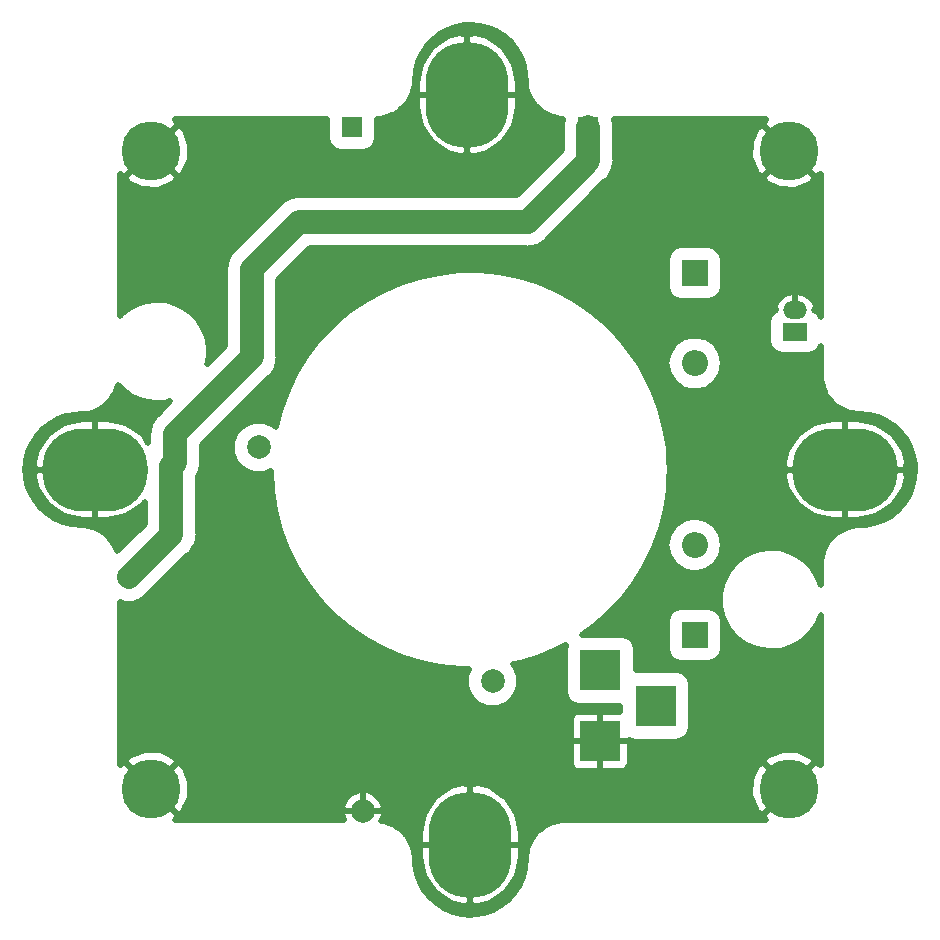
<source format=gbr>
G04 #@! TF.GenerationSoftware,KiCad,Pcbnew,(5.0.0)*
G04 #@! TF.CreationDate,2020-03-30T15:35:39-04:00*
G04 #@! TF.ProjectId,10W White LED,313057205768697465204C45442E6B69,rev?*
G04 #@! TF.SameCoordinates,Original*
G04 #@! TF.FileFunction,Copper,L2,Bot,Signal*
G04 #@! TF.FilePolarity,Positive*
%FSLAX46Y46*%
G04 Gerber Fmt 4.6, Leading zero omitted, Abs format (unit mm)*
G04 Created by KiCad (PCBNEW (5.0.0)) date 03/30/20 15:35:39*
%MOMM*%
%LPD*%
G01*
G04 APERTURE LIST*
G04 #@! TA.AperFunction,ComponentPad*
%ADD10O,9.000000X7.000000*%
G04 #@! TD*
G04 #@! TA.AperFunction,ComponentPad*
%ADD11O,7.000000X9.000000*%
G04 #@! TD*
G04 #@! TA.AperFunction,ComponentPad*
%ADD12C,5.000000*%
G04 #@! TD*
G04 #@! TA.AperFunction,ComponentPad*
%ADD13R,1.700000X1.700000*%
G04 #@! TD*
G04 #@! TA.AperFunction,ComponentPad*
%ADD14R,3.500000X3.500000*%
G04 #@! TD*
G04 #@! TA.AperFunction,ComponentPad*
%ADD15R,2.000000X1.500000*%
G04 #@! TD*
G04 #@! TA.AperFunction,ComponentPad*
%ADD16O,2.000000X1.500000*%
G04 #@! TD*
G04 #@! TA.AperFunction,ComponentPad*
%ADD17O,2.200000X2.200000*%
G04 #@! TD*
G04 #@! TA.AperFunction,ComponentPad*
%ADD18R,2.200000X2.200000*%
G04 #@! TD*
G04 #@! TA.AperFunction,ComponentPad*
%ADD19C,2.000000*%
G04 #@! TD*
G04 #@! TA.AperFunction,Conductor*
%ADD20C,2.000000*%
G04 #@! TD*
G04 #@! TA.AperFunction,Conductor*
%ADD21C,0.500000*%
G04 #@! TD*
G04 APERTURE END LIST*
D10*
G04 #@! TO.P,LENSE1,1*
G04 #@! TO.N,GND*
X181750000Y-100000000D03*
D11*
X149750000Y-68250000D03*
D10*
X118250000Y-100000000D03*
D11*
X150000000Y-131750000D03*
G04 #@! TD*
D12*
G04 #@! TO.P,MNT1,1*
G04 #@! TO.N,GND*
X123000000Y-73000000D03*
G04 #@! TD*
G04 #@! TO.P,MNT2,1*
G04 #@! TO.N,GND*
X177000000Y-73000000D03*
G04 #@! TD*
G04 #@! TO.P,MNT3,1*
G04 #@! TO.N,GND*
X177000000Y-127000000D03*
G04 #@! TD*
G04 #@! TO.P,MNT4,1*
G04 #@! TO.N,GND*
X123000000Y-127000000D03*
G04 #@! TD*
D13*
G04 #@! TO.P,NEG1,1*
G04 #@! TO.N,Net-(NEG1-Pad1)*
X160000000Y-71000000D03*
G04 #@! TD*
G04 #@! TO.P,POS1,1*
G04 #@! TO.N,Net-(POS1-Pad1)*
X140000000Y-71000000D03*
G04 #@! TD*
D14*
G04 #@! TO.P,BARREL1,1*
G04 #@! TO.N,Net-(BARREL1-Pad1)*
X161000000Y-117000000D03*
G04 #@! TO.P,BARREL1,2*
G04 #@! TO.N,GND*
X161000000Y-123000000D03*
G04 #@! TO.P,BARREL1,3*
G04 #@! TO.N,N/C*
X165700000Y-120000000D03*
G04 #@! TD*
D15*
G04 #@! TO.P,FAN1,1*
G04 #@! TO.N,Net-(FAN1-Pad1)*
X177500000Y-88300000D03*
D16*
G04 #@! TO.P,FAN1,2*
G04 #@! TO.N,GND*
X177500000Y-86500000D03*
G04 #@! TD*
D17*
G04 #@! TO.P,SW1,2*
G04 #@! TO.N,Net-(F1-Pad1)*
X169000000Y-106380000D03*
D18*
G04 #@! TO.P,SW1,1*
G04 #@! TO.N,Net-(BARREL1-Pad1)*
X169000000Y-114000000D03*
G04 #@! TD*
G04 #@! TO.P,SW2,1*
G04 #@! TO.N,Net-(FAN1-Pad1)*
X169000000Y-83380000D03*
D17*
G04 #@! TO.P,SW2,2*
G04 #@! TO.N,+12V*
X169000000Y-91000000D03*
G04 #@! TD*
D19*
G04 #@! TO.P,U1,4*
G04 #@! TO.N,Net-(NEG1-Pad1)*
X121120428Y-109080583D03*
G04 #@! TO.P,U1,3*
G04 #@! TO.N,Net-(POS1-Pad1)*
X132080583Y-98120428D03*
G04 #@! TO.P,U1,2*
G04 #@! TO.N,+12V*
X151879572Y-117919417D03*
G04 #@! TO.P,U1,1*
G04 #@! TO.N,GND*
X140919417Y-128879572D03*
G04 #@! TD*
D20*
G04 #@! TO.N,Net-(NEG1-Pad1)*
X160000000Y-73850000D02*
X160000000Y-71000000D01*
X135500000Y-79000000D02*
X154850000Y-79000000D01*
X154850000Y-79000000D02*
X160000000Y-73850000D01*
X131500000Y-83000000D02*
X135500000Y-79000000D01*
X121120428Y-109080583D02*
X124701011Y-105500000D01*
X124701011Y-105500000D02*
X124701011Y-99701011D01*
X124701011Y-99701011D02*
X125000000Y-99402022D01*
X125000000Y-99402022D02*
X125000000Y-97000000D01*
X125000000Y-97000000D02*
X131500000Y-90500000D01*
X131500000Y-90500000D02*
X131500000Y-83000000D01*
G04 #@! TD*
D21*
G04 #@! TO.N,GND*
G36*
X175038257Y-70332616D02*
X174787940Y-70782283D01*
X177000000Y-72994343D01*
X177014142Y-72980201D01*
X177019799Y-72985858D01*
X177005657Y-73000000D01*
X179217717Y-75212060D01*
X179671612Y-74959389D01*
X179675001Y-75031244D01*
X179675000Y-87058574D01*
X179401199Y-86648801D01*
X179102349Y-86449116D01*
X179238803Y-86260147D01*
X179144741Y-85926608D01*
X178819145Y-85436511D01*
X178330782Y-85108320D01*
X177754000Y-84992000D01*
X177504000Y-84992000D01*
X177504000Y-86275512D01*
X177496000Y-86275512D01*
X177496000Y-84992000D01*
X177246000Y-84992000D01*
X176669218Y-85108320D01*
X176180855Y-85436511D01*
X175855259Y-85926608D01*
X175761197Y-86260147D01*
X175897651Y-86449116D01*
X175598801Y-86648801D01*
X175322527Y-87062275D01*
X175225512Y-87550000D01*
X175225512Y-89050000D01*
X175322527Y-89537725D01*
X175598801Y-89951199D01*
X176012275Y-90227473D01*
X176500000Y-90324488D01*
X178500000Y-90324488D01*
X178987725Y-90227473D01*
X179401199Y-89951199D01*
X179675000Y-89541426D01*
X179675000Y-92130498D01*
X179684648Y-92179002D01*
X179700611Y-92393811D01*
X179729634Y-92525818D01*
X179747978Y-92659727D01*
X179752522Y-92675265D01*
X179914999Y-93218549D01*
X179990428Y-93381794D01*
X180063856Y-93545943D01*
X180072577Y-93559581D01*
X180381005Y-94035427D01*
X180499195Y-94170910D01*
X180615766Y-94307881D01*
X180627965Y-94318523D01*
X181057550Y-94688678D01*
X181209067Y-94785577D01*
X181359347Y-94884293D01*
X181374042Y-94891083D01*
X181890251Y-95125789D01*
X182062872Y-95176267D01*
X182234819Y-95228836D01*
X182250827Y-95231229D01*
X182250829Y-95231229D01*
X182812162Y-95311618D01*
X182828380Y-95311618D01*
X182859200Y-95317497D01*
X182891432Y-95320545D01*
X183762820Y-95392186D01*
X184505152Y-95578647D01*
X185207063Y-95883846D01*
X185849699Y-96299586D01*
X186415809Y-96814707D01*
X186890183Y-97415370D01*
X187260084Y-98085443D01*
X187515576Y-98806928D01*
X187653879Y-99583359D01*
X187672435Y-99976823D01*
X187607814Y-100762824D01*
X187421354Y-101505150D01*
X187116154Y-102207063D01*
X186700412Y-102849701D01*
X186185293Y-103415809D01*
X185584630Y-103890183D01*
X184914557Y-104260084D01*
X184193069Y-104515576D01*
X183416641Y-104653879D01*
X182937584Y-104676471D01*
X182924985Y-104678107D01*
X182917958Y-104677542D01*
X182901807Y-104678643D01*
X182606189Y-104700611D01*
X182474183Y-104729634D01*
X182340273Y-104747978D01*
X182324735Y-104752522D01*
X181781450Y-104914999D01*
X181618190Y-104990435D01*
X181454057Y-105063856D01*
X181440419Y-105072577D01*
X180964573Y-105381005D01*
X180829090Y-105499195D01*
X180692119Y-105615766D01*
X180681478Y-105627965D01*
X180311322Y-106057550D01*
X180214440Y-106209040D01*
X180115707Y-106359347D01*
X180108917Y-106374043D01*
X179874211Y-106890251D01*
X179823733Y-107062872D01*
X179771164Y-107234819D01*
X179768771Y-107250829D01*
X179693463Y-107776682D01*
X179675000Y-107869502D01*
X179675000Y-109720879D01*
X179390767Y-108974595D01*
X178820469Y-108133848D01*
X178072053Y-107446849D01*
X177185666Y-106950448D01*
X176208856Y-106671275D01*
X175194022Y-106624304D01*
X174195601Y-106812055D01*
X173267150Y-107224458D01*
X172458475Y-107839388D01*
X171812955Y-108623861D01*
X171365215Y-109535796D01*
X171139275Y-110526274D01*
X171147254Y-111542163D01*
X171388724Y-112528970D01*
X171850732Y-113433759D01*
X172508495Y-114207996D01*
X173326730Y-114810149D01*
X174261543Y-115207917D01*
X175262790Y-115379962D01*
X176276761Y-115317057D01*
X177249065Y-115022575D01*
X178127546Y-114512313D01*
X178865079Y-113813642D01*
X179422101Y-112964042D01*
X179675000Y-112267316D01*
X179675001Y-124945607D01*
X179667384Y-125038257D01*
X179217717Y-124787940D01*
X177005657Y-127000000D01*
X177019799Y-127014142D01*
X177014142Y-127019799D01*
X177000000Y-127005657D01*
X174787940Y-129217717D01*
X175040611Y-129671612D01*
X174968777Y-129675000D01*
X157869501Y-129675000D01*
X157820996Y-129684648D01*
X157606189Y-129700611D01*
X157474183Y-129729634D01*
X157340273Y-129747978D01*
X157324735Y-129752522D01*
X156781450Y-129914999D01*
X156618190Y-129990435D01*
X156454057Y-130063856D01*
X156440419Y-130072577D01*
X155964573Y-130381005D01*
X155829090Y-130499195D01*
X155692119Y-130615766D01*
X155681478Y-130627965D01*
X155311322Y-131057550D01*
X155214440Y-131209040D01*
X155115707Y-131359347D01*
X155108917Y-131374043D01*
X154874211Y-131890251D01*
X154823733Y-132062872D01*
X154771164Y-132234819D01*
X154768771Y-132250829D01*
X154688382Y-132812162D01*
X154688382Y-132828380D01*
X154682503Y-132859200D01*
X154679455Y-132891432D01*
X154607814Y-133762824D01*
X154421354Y-134505150D01*
X154116154Y-135207063D01*
X153700412Y-135849701D01*
X153185293Y-136415809D01*
X152584630Y-136890183D01*
X151914557Y-137260084D01*
X151193069Y-137515576D01*
X150416641Y-137653879D01*
X150023177Y-137672435D01*
X149237176Y-137607814D01*
X148494850Y-137421354D01*
X147792937Y-137116154D01*
X147150299Y-136700412D01*
X146584191Y-136185293D01*
X146109817Y-135584630D01*
X145739916Y-134914557D01*
X145484424Y-134193069D01*
X145346121Y-133416641D01*
X145323529Y-132937584D01*
X145321893Y-132924985D01*
X145322458Y-132917958D01*
X145321357Y-132901807D01*
X145299389Y-132606189D01*
X145270366Y-132474183D01*
X145252022Y-132340273D01*
X145247478Y-132324735D01*
X145085001Y-131781450D01*
X145072318Y-131754000D01*
X145742000Y-131754000D01*
X145742000Y-132754000D01*
X146067652Y-134383162D01*
X146991968Y-135763689D01*
X148374230Y-136685410D01*
X149329952Y-136954949D01*
X149996000Y-136818498D01*
X149996000Y-131754000D01*
X150004000Y-131754000D01*
X150004000Y-136818498D01*
X150670048Y-136954949D01*
X151625770Y-136685410D01*
X153008032Y-135763689D01*
X153932348Y-134383162D01*
X154258000Y-132754000D01*
X154258000Y-131754000D01*
X150004000Y-131754000D01*
X149996000Y-131754000D01*
X145742000Y-131754000D01*
X145072318Y-131754000D01*
X145009565Y-131618190D01*
X144936144Y-131454057D01*
X144927423Y-131440419D01*
X144618995Y-130964573D01*
X144500805Y-130829090D01*
X144430091Y-130746000D01*
X145742000Y-130746000D01*
X145742000Y-131746000D01*
X149996000Y-131746000D01*
X149996000Y-126681502D01*
X150004000Y-126681502D01*
X150004000Y-131746000D01*
X154258000Y-131746000D01*
X154258000Y-130746000D01*
X153932348Y-129116838D01*
X153008032Y-127736311D01*
X152689038Y-127523599D01*
X173719697Y-127523599D01*
X174169768Y-128739061D01*
X174310235Y-128949284D01*
X174782283Y-129212060D01*
X176994343Y-127000000D01*
X174782283Y-124787940D01*
X174310235Y-125050716D01*
X173769023Y-126228425D01*
X173719697Y-127523599D01*
X152689038Y-127523599D01*
X151625770Y-126814590D01*
X150670048Y-126545051D01*
X150004000Y-126681502D01*
X149996000Y-126681502D01*
X149329952Y-126545051D01*
X148374230Y-126814590D01*
X146991968Y-127736311D01*
X146067652Y-129116838D01*
X145742000Y-130746000D01*
X144430091Y-130746000D01*
X144384234Y-130692119D01*
X144372035Y-130681478D01*
X143942450Y-130311322D01*
X143790960Y-130214440D01*
X143640653Y-130115707D01*
X143625962Y-130108919D01*
X143625958Y-130108917D01*
X143109749Y-129874211D01*
X142937128Y-129823733D01*
X142765181Y-129771164D01*
X142749173Y-129768771D01*
X142749171Y-129768771D01*
X142464417Y-129727991D01*
X142663262Y-129294118D01*
X142689160Y-129163922D01*
X142522353Y-128883572D01*
X140923417Y-128883572D01*
X140923417Y-129675000D01*
X140915417Y-129675000D01*
X140915417Y-128883572D01*
X139316481Y-128883572D01*
X139149674Y-129163922D01*
X139339518Y-129675000D01*
X125054381Y-129675000D01*
X124961743Y-129667384D01*
X125212060Y-129217717D01*
X123000000Y-127005657D01*
X122985858Y-127019799D01*
X122980201Y-127014142D01*
X122994343Y-127000000D01*
X123005657Y-127000000D01*
X125217717Y-129212060D01*
X125689765Y-128949284D01*
X125852472Y-128595222D01*
X139149674Y-128595222D01*
X139316481Y-128875572D01*
X140915417Y-128875572D01*
X140915417Y-127276636D01*
X140923417Y-127276636D01*
X140923417Y-128875572D01*
X142522353Y-128875572D01*
X142689160Y-128595222D01*
X142445630Y-127939616D01*
X141969748Y-127427109D01*
X141333963Y-127135727D01*
X141203767Y-127109829D01*
X140923417Y-127276636D01*
X140915417Y-127276636D01*
X140635067Y-127109829D01*
X139979461Y-127353359D01*
X139466954Y-127829241D01*
X139175572Y-128465026D01*
X139149674Y-128595222D01*
X125852472Y-128595222D01*
X126230977Y-127771575D01*
X126280303Y-126476401D01*
X125830232Y-125260939D01*
X125689765Y-125050716D01*
X125217717Y-124787940D01*
X123005657Y-127000000D01*
X122994343Y-127000000D01*
X120782283Y-124787940D01*
X120328388Y-125040611D01*
X120325000Y-124968777D01*
X120325000Y-124782283D01*
X120787940Y-124782283D01*
X123000000Y-126994343D01*
X125212060Y-124782283D01*
X124949284Y-124310235D01*
X123771575Y-123769023D01*
X122476401Y-123719697D01*
X121260939Y-124169768D01*
X121050716Y-124310235D01*
X120787940Y-124782283D01*
X120325000Y-124782283D01*
X120325000Y-123193500D01*
X158492000Y-123193500D01*
X158492000Y-124900776D01*
X158607399Y-125179373D01*
X158820628Y-125392602D01*
X159099225Y-125508000D01*
X160806500Y-125508000D01*
X160996000Y-125318500D01*
X160996000Y-123004000D01*
X161004000Y-123004000D01*
X161004000Y-125318500D01*
X161193500Y-125508000D01*
X162900775Y-125508000D01*
X163179372Y-125392602D01*
X163392601Y-125179373D01*
X163508000Y-124900776D01*
X163508000Y-124782283D01*
X174787940Y-124782283D01*
X177000000Y-126994343D01*
X179212060Y-124782283D01*
X178949284Y-124310235D01*
X177771575Y-123769023D01*
X176476401Y-123719697D01*
X175260939Y-124169768D01*
X175050716Y-124310235D01*
X174787940Y-124782283D01*
X163508000Y-124782283D01*
X163508000Y-123193500D01*
X163318500Y-123004000D01*
X161004000Y-123004000D01*
X160996000Y-123004000D01*
X158681500Y-123004000D01*
X158492000Y-123193500D01*
X120325000Y-123193500D01*
X120325000Y-121099224D01*
X158492000Y-121099224D01*
X158492000Y-122806500D01*
X158681500Y-122996000D01*
X160996000Y-122996000D01*
X160996000Y-120681500D01*
X160806500Y-120492000D01*
X159099225Y-120492000D01*
X158820628Y-120607398D01*
X158607399Y-120820627D01*
X158492000Y-121099224D01*
X120325000Y-121099224D01*
X120325000Y-111216442D01*
X120464125Y-111244116D01*
X120672875Y-111330583D01*
X120898823Y-111330583D01*
X121120428Y-111374663D01*
X121342033Y-111330583D01*
X121567981Y-111330583D01*
X121776731Y-111244116D01*
X121998335Y-111200036D01*
X122186201Y-111074508D01*
X122394951Y-110988041D01*
X126135303Y-107247689D01*
X126323171Y-107122160D01*
X126632038Y-106659907D01*
X126820464Y-106377908D01*
X126820464Y-106377907D01*
X126820465Y-106377906D01*
X126951011Y-105721606D01*
X126951011Y-105721605D01*
X126995091Y-105500001D01*
X126951011Y-105278396D01*
X126951011Y-100532021D01*
X127119454Y-100279928D01*
X127250000Y-99623628D01*
X127250000Y-99623627D01*
X127294080Y-99402023D01*
X127250000Y-99180418D01*
X127250000Y-97931980D01*
X127509105Y-97672875D01*
X129830583Y-97672875D01*
X129830583Y-98567981D01*
X130173125Y-99394951D01*
X130806060Y-100027886D01*
X131633030Y-100370428D01*
X132528136Y-100370428D01*
X133109749Y-100129516D01*
X133198373Y-101765922D01*
X133462843Y-103454792D01*
X133896630Y-105108290D01*
X134495293Y-106709486D01*
X135252702Y-108241986D01*
X136161102Y-109690101D01*
X137211193Y-111039002D01*
X138392223Y-112274880D01*
X139692101Y-113385080D01*
X141097517Y-114358236D01*
X142594081Y-115184384D01*
X144166472Y-115855065D01*
X145798590Y-116363413D01*
X147473724Y-116704223D01*
X149174723Y-116874006D01*
X149877721Y-116872779D01*
X149629572Y-117471864D01*
X149629572Y-118366970D01*
X149972114Y-119193940D01*
X150605049Y-119826875D01*
X151432019Y-120169417D01*
X152327125Y-120169417D01*
X153154095Y-119826875D01*
X153787030Y-119193940D01*
X154129572Y-118366970D01*
X154129572Y-117471864D01*
X153787030Y-116644894D01*
X153622495Y-116480359D01*
X154258504Y-116348648D01*
X155888837Y-115834606D01*
X157458877Y-115158440D01*
X158060312Y-114823686D01*
X157975512Y-115250000D01*
X157975512Y-118750000D01*
X158072527Y-119237725D01*
X158348801Y-119651199D01*
X158762275Y-119927473D01*
X159250000Y-120024488D01*
X162675512Y-120024488D01*
X162675512Y-120492000D01*
X161193500Y-120492000D01*
X161004000Y-120681500D01*
X161004000Y-122996000D01*
X163318500Y-122996000D01*
X163417167Y-122897333D01*
X163462275Y-122927473D01*
X163950000Y-123024488D01*
X167450000Y-123024488D01*
X167937725Y-122927473D01*
X168351199Y-122651199D01*
X168627473Y-122237725D01*
X168724488Y-121750000D01*
X168724488Y-118250000D01*
X168627473Y-117762275D01*
X168351199Y-117348801D01*
X167937725Y-117072527D01*
X167450000Y-116975512D01*
X164024488Y-116975512D01*
X164024488Y-115250000D01*
X163927473Y-114762275D01*
X163651199Y-114348801D01*
X163237725Y-114072527D01*
X162750000Y-113975512D01*
X159456500Y-113975512D01*
X160354559Y-113349017D01*
X160876589Y-112900000D01*
X166625512Y-112900000D01*
X166625512Y-115100000D01*
X166722527Y-115587725D01*
X166998801Y-116001199D01*
X167412275Y-116277473D01*
X167900000Y-116374488D01*
X170100000Y-116374488D01*
X170587725Y-116277473D01*
X171001199Y-116001199D01*
X171277473Y-115587725D01*
X171374488Y-115100000D01*
X171374488Y-112900000D01*
X171277473Y-112412275D01*
X171001199Y-111998801D01*
X170587725Y-111722527D01*
X170100000Y-111625512D01*
X167900000Y-111625512D01*
X167412275Y-111722527D01*
X166998801Y-111998801D01*
X166722527Y-112412275D01*
X166625512Y-112900000D01*
X160876589Y-112900000D01*
X161650553Y-112234286D01*
X162827262Y-110994294D01*
X163872638Y-109641735D01*
X164775978Y-108190459D01*
X165528033Y-106655324D01*
X165629878Y-106380000D01*
X166603961Y-106380000D01*
X166786349Y-107296924D01*
X167305745Y-108074255D01*
X168083076Y-108593651D01*
X168768547Y-108730000D01*
X169231453Y-108730000D01*
X169916924Y-108593651D01*
X170694255Y-108074255D01*
X171213651Y-107296924D01*
X171396039Y-106380000D01*
X171213651Y-105463076D01*
X170694255Y-104685745D01*
X169916924Y-104166349D01*
X169231453Y-104030000D01*
X168768547Y-104030000D01*
X168083076Y-104166349D01*
X167305745Y-104685745D01*
X166786349Y-105463076D01*
X166603961Y-106380000D01*
X165629878Y-106380000D01*
X166121103Y-105052047D01*
X166549116Y-103397046D01*
X166807689Y-101707263D01*
X166860231Y-100670048D01*
X176545051Y-100670048D01*
X176814590Y-101625770D01*
X177736311Y-103008032D01*
X179116838Y-103932348D01*
X180746000Y-104258000D01*
X181746000Y-104258000D01*
X181746000Y-100004000D01*
X181754000Y-100004000D01*
X181754000Y-104258000D01*
X182754000Y-104258000D01*
X184383162Y-103932348D01*
X185763689Y-103008032D01*
X186685410Y-101625770D01*
X186954949Y-100670048D01*
X186818498Y-100004000D01*
X181754000Y-100004000D01*
X181746000Y-100004000D01*
X176681502Y-100004000D01*
X176545051Y-100670048D01*
X166860231Y-100670048D01*
X166894175Y-100000000D01*
X166893763Y-99882057D01*
X166861929Y-99329952D01*
X176545051Y-99329952D01*
X176681502Y-99996000D01*
X181746000Y-99996000D01*
X181746000Y-95742000D01*
X181754000Y-95742000D01*
X181754000Y-99996000D01*
X186818498Y-99996000D01*
X186954949Y-99329952D01*
X186685410Y-98374230D01*
X185763689Y-96991968D01*
X184383162Y-96067652D01*
X182754000Y-95742000D01*
X181754000Y-95742000D01*
X181746000Y-95742000D01*
X180746000Y-95742000D01*
X179116838Y-96067652D01*
X177736311Y-96991968D01*
X176814590Y-98374230D01*
X176545051Y-99329952D01*
X166861929Y-99329952D01*
X166795360Y-98175440D01*
X166524997Y-96487504D01*
X166085441Y-94835530D01*
X165481192Y-93236433D01*
X164718439Y-91706586D01*
X164271754Y-91000000D01*
X166603961Y-91000000D01*
X166786349Y-91916924D01*
X167305745Y-92694255D01*
X168083076Y-93213651D01*
X168768547Y-93350000D01*
X169231453Y-93350000D01*
X169916924Y-93213651D01*
X170694255Y-92694255D01*
X171213651Y-91916924D01*
X171396039Y-91000000D01*
X171213651Y-90083076D01*
X170694255Y-89305745D01*
X169916924Y-88786349D01*
X169231453Y-88650000D01*
X168768547Y-88650000D01*
X168083076Y-88786349D01*
X167305745Y-89305745D01*
X166786349Y-90083076D01*
X166603961Y-91000000D01*
X164271754Y-91000000D01*
X163804989Y-90261652D01*
X162750196Y-88916424D01*
X161564859Y-87684676D01*
X160261114Y-86579020D01*
X158852310Y-85610776D01*
X157352870Y-84789857D01*
X155778148Y-84124668D01*
X154144266Y-83622021D01*
X152467952Y-83287060D01*
X150766370Y-83123216D01*
X149056942Y-83132167D01*
X147357169Y-83313820D01*
X145684455Y-83666316D01*
X144055926Y-84186046D01*
X142488255Y-84867689D01*
X140997495Y-85704265D01*
X139598907Y-86687208D01*
X138306812Y-87806456D01*
X137134439Y-89050549D01*
X136093790Y-90406748D01*
X135195522Y-91861169D01*
X134448830Y-93398920D01*
X133861360Y-95004256D01*
X133513013Y-96370877D01*
X133355106Y-96212970D01*
X132528136Y-95870428D01*
X131633030Y-95870428D01*
X130806060Y-96212970D01*
X130173125Y-96845905D01*
X129830583Y-97672875D01*
X127509105Y-97672875D01*
X132934292Y-92247689D01*
X133122160Y-92122160D01*
X133514558Y-91534894D01*
X133619453Y-91377908D01*
X133619453Y-91377907D01*
X133619454Y-91377906D01*
X133750000Y-90721606D01*
X133750000Y-90721605D01*
X133794080Y-90500001D01*
X133750000Y-90278396D01*
X133750000Y-83931980D01*
X135401980Y-82280000D01*
X166625512Y-82280000D01*
X166625512Y-84480000D01*
X166722527Y-84967725D01*
X166998801Y-85381199D01*
X167412275Y-85657473D01*
X167900000Y-85754488D01*
X170100000Y-85754488D01*
X170587725Y-85657473D01*
X171001199Y-85381199D01*
X171277473Y-84967725D01*
X171374488Y-84480000D01*
X171374488Y-82280000D01*
X171277473Y-81792275D01*
X171001199Y-81378801D01*
X170587725Y-81102527D01*
X170100000Y-81005512D01*
X167900000Y-81005512D01*
X167412275Y-81102527D01*
X166998801Y-81378801D01*
X166722527Y-81792275D01*
X166625512Y-82280000D01*
X135401980Y-82280000D01*
X136431981Y-81250000D01*
X154628395Y-81250000D01*
X154850000Y-81294080D01*
X155071605Y-81250000D01*
X155071606Y-81250000D01*
X155727906Y-81119454D01*
X156472160Y-80622160D01*
X156597692Y-80434288D01*
X161434292Y-75597689D01*
X161622160Y-75472160D01*
X161792173Y-75217717D01*
X174787940Y-75217717D01*
X175050716Y-75689765D01*
X176228425Y-76230977D01*
X177523599Y-76280303D01*
X178739061Y-75830232D01*
X178949284Y-75689765D01*
X179212060Y-75217717D01*
X177000000Y-73005657D01*
X174787940Y-75217717D01*
X161792173Y-75217717D01*
X162119454Y-74727906D01*
X162250000Y-74071606D01*
X162250000Y-74071605D01*
X162294080Y-73850000D01*
X162250000Y-73628395D01*
X162250000Y-73523599D01*
X173719697Y-73523599D01*
X174169768Y-74739061D01*
X174310235Y-74949284D01*
X174782283Y-75212060D01*
X176994343Y-73000000D01*
X174782283Y-70787940D01*
X174310235Y-71050716D01*
X173769023Y-72228425D01*
X173719697Y-73523599D01*
X162250000Y-73523599D01*
X162250000Y-70778394D01*
X162159814Y-70325000D01*
X174945619Y-70325000D01*
X175038257Y-70332616D01*
X175038257Y-70332616D01*
G37*
X175038257Y-70332616D02*
X174787940Y-70782283D01*
X177000000Y-72994343D01*
X177014142Y-72980201D01*
X177019799Y-72985858D01*
X177005657Y-73000000D01*
X179217717Y-75212060D01*
X179671612Y-74959389D01*
X179675001Y-75031244D01*
X179675000Y-87058574D01*
X179401199Y-86648801D01*
X179102349Y-86449116D01*
X179238803Y-86260147D01*
X179144741Y-85926608D01*
X178819145Y-85436511D01*
X178330782Y-85108320D01*
X177754000Y-84992000D01*
X177504000Y-84992000D01*
X177504000Y-86275512D01*
X177496000Y-86275512D01*
X177496000Y-84992000D01*
X177246000Y-84992000D01*
X176669218Y-85108320D01*
X176180855Y-85436511D01*
X175855259Y-85926608D01*
X175761197Y-86260147D01*
X175897651Y-86449116D01*
X175598801Y-86648801D01*
X175322527Y-87062275D01*
X175225512Y-87550000D01*
X175225512Y-89050000D01*
X175322527Y-89537725D01*
X175598801Y-89951199D01*
X176012275Y-90227473D01*
X176500000Y-90324488D01*
X178500000Y-90324488D01*
X178987725Y-90227473D01*
X179401199Y-89951199D01*
X179675000Y-89541426D01*
X179675000Y-92130498D01*
X179684648Y-92179002D01*
X179700611Y-92393811D01*
X179729634Y-92525818D01*
X179747978Y-92659727D01*
X179752522Y-92675265D01*
X179914999Y-93218549D01*
X179990428Y-93381794D01*
X180063856Y-93545943D01*
X180072577Y-93559581D01*
X180381005Y-94035427D01*
X180499195Y-94170910D01*
X180615766Y-94307881D01*
X180627965Y-94318523D01*
X181057550Y-94688678D01*
X181209067Y-94785577D01*
X181359347Y-94884293D01*
X181374042Y-94891083D01*
X181890251Y-95125789D01*
X182062872Y-95176267D01*
X182234819Y-95228836D01*
X182250827Y-95231229D01*
X182250829Y-95231229D01*
X182812162Y-95311618D01*
X182828380Y-95311618D01*
X182859200Y-95317497D01*
X182891432Y-95320545D01*
X183762820Y-95392186D01*
X184505152Y-95578647D01*
X185207063Y-95883846D01*
X185849699Y-96299586D01*
X186415809Y-96814707D01*
X186890183Y-97415370D01*
X187260084Y-98085443D01*
X187515576Y-98806928D01*
X187653879Y-99583359D01*
X187672435Y-99976823D01*
X187607814Y-100762824D01*
X187421354Y-101505150D01*
X187116154Y-102207063D01*
X186700412Y-102849701D01*
X186185293Y-103415809D01*
X185584630Y-103890183D01*
X184914557Y-104260084D01*
X184193069Y-104515576D01*
X183416641Y-104653879D01*
X182937584Y-104676471D01*
X182924985Y-104678107D01*
X182917958Y-104677542D01*
X182901807Y-104678643D01*
X182606189Y-104700611D01*
X182474183Y-104729634D01*
X182340273Y-104747978D01*
X182324735Y-104752522D01*
X181781450Y-104914999D01*
X181618190Y-104990435D01*
X181454057Y-105063856D01*
X181440419Y-105072577D01*
X180964573Y-105381005D01*
X180829090Y-105499195D01*
X180692119Y-105615766D01*
X180681478Y-105627965D01*
X180311322Y-106057550D01*
X180214440Y-106209040D01*
X180115707Y-106359347D01*
X180108917Y-106374043D01*
X179874211Y-106890251D01*
X179823733Y-107062872D01*
X179771164Y-107234819D01*
X179768771Y-107250829D01*
X179693463Y-107776682D01*
X179675000Y-107869502D01*
X179675000Y-109720879D01*
X179390767Y-108974595D01*
X178820469Y-108133848D01*
X178072053Y-107446849D01*
X177185666Y-106950448D01*
X176208856Y-106671275D01*
X175194022Y-106624304D01*
X174195601Y-106812055D01*
X173267150Y-107224458D01*
X172458475Y-107839388D01*
X171812955Y-108623861D01*
X171365215Y-109535796D01*
X171139275Y-110526274D01*
X171147254Y-111542163D01*
X171388724Y-112528970D01*
X171850732Y-113433759D01*
X172508495Y-114207996D01*
X173326730Y-114810149D01*
X174261543Y-115207917D01*
X175262790Y-115379962D01*
X176276761Y-115317057D01*
X177249065Y-115022575D01*
X178127546Y-114512313D01*
X178865079Y-113813642D01*
X179422101Y-112964042D01*
X179675000Y-112267316D01*
X179675001Y-124945607D01*
X179667384Y-125038257D01*
X179217717Y-124787940D01*
X177005657Y-127000000D01*
X177019799Y-127014142D01*
X177014142Y-127019799D01*
X177000000Y-127005657D01*
X174787940Y-129217717D01*
X175040611Y-129671612D01*
X174968777Y-129675000D01*
X157869501Y-129675000D01*
X157820996Y-129684648D01*
X157606189Y-129700611D01*
X157474183Y-129729634D01*
X157340273Y-129747978D01*
X157324735Y-129752522D01*
X156781450Y-129914999D01*
X156618190Y-129990435D01*
X156454057Y-130063856D01*
X156440419Y-130072577D01*
X155964573Y-130381005D01*
X155829090Y-130499195D01*
X155692119Y-130615766D01*
X155681478Y-130627965D01*
X155311322Y-131057550D01*
X155214440Y-131209040D01*
X155115707Y-131359347D01*
X155108917Y-131374043D01*
X154874211Y-131890251D01*
X154823733Y-132062872D01*
X154771164Y-132234819D01*
X154768771Y-132250829D01*
X154688382Y-132812162D01*
X154688382Y-132828380D01*
X154682503Y-132859200D01*
X154679455Y-132891432D01*
X154607814Y-133762824D01*
X154421354Y-134505150D01*
X154116154Y-135207063D01*
X153700412Y-135849701D01*
X153185293Y-136415809D01*
X152584630Y-136890183D01*
X151914557Y-137260084D01*
X151193069Y-137515576D01*
X150416641Y-137653879D01*
X150023177Y-137672435D01*
X149237176Y-137607814D01*
X148494850Y-137421354D01*
X147792937Y-137116154D01*
X147150299Y-136700412D01*
X146584191Y-136185293D01*
X146109817Y-135584630D01*
X145739916Y-134914557D01*
X145484424Y-134193069D01*
X145346121Y-133416641D01*
X145323529Y-132937584D01*
X145321893Y-132924985D01*
X145322458Y-132917958D01*
X145321357Y-132901807D01*
X145299389Y-132606189D01*
X145270366Y-132474183D01*
X145252022Y-132340273D01*
X145247478Y-132324735D01*
X145085001Y-131781450D01*
X145072318Y-131754000D01*
X145742000Y-131754000D01*
X145742000Y-132754000D01*
X146067652Y-134383162D01*
X146991968Y-135763689D01*
X148374230Y-136685410D01*
X149329952Y-136954949D01*
X149996000Y-136818498D01*
X149996000Y-131754000D01*
X150004000Y-131754000D01*
X150004000Y-136818498D01*
X150670048Y-136954949D01*
X151625770Y-136685410D01*
X153008032Y-135763689D01*
X153932348Y-134383162D01*
X154258000Y-132754000D01*
X154258000Y-131754000D01*
X150004000Y-131754000D01*
X149996000Y-131754000D01*
X145742000Y-131754000D01*
X145072318Y-131754000D01*
X145009565Y-131618190D01*
X144936144Y-131454057D01*
X144927423Y-131440419D01*
X144618995Y-130964573D01*
X144500805Y-130829090D01*
X144430091Y-130746000D01*
X145742000Y-130746000D01*
X145742000Y-131746000D01*
X149996000Y-131746000D01*
X149996000Y-126681502D01*
X150004000Y-126681502D01*
X150004000Y-131746000D01*
X154258000Y-131746000D01*
X154258000Y-130746000D01*
X153932348Y-129116838D01*
X153008032Y-127736311D01*
X152689038Y-127523599D01*
X173719697Y-127523599D01*
X174169768Y-128739061D01*
X174310235Y-128949284D01*
X174782283Y-129212060D01*
X176994343Y-127000000D01*
X174782283Y-124787940D01*
X174310235Y-125050716D01*
X173769023Y-126228425D01*
X173719697Y-127523599D01*
X152689038Y-127523599D01*
X151625770Y-126814590D01*
X150670048Y-126545051D01*
X150004000Y-126681502D01*
X149996000Y-126681502D01*
X149329952Y-126545051D01*
X148374230Y-126814590D01*
X146991968Y-127736311D01*
X146067652Y-129116838D01*
X145742000Y-130746000D01*
X144430091Y-130746000D01*
X144384234Y-130692119D01*
X144372035Y-130681478D01*
X143942450Y-130311322D01*
X143790960Y-130214440D01*
X143640653Y-130115707D01*
X143625962Y-130108919D01*
X143625958Y-130108917D01*
X143109749Y-129874211D01*
X142937128Y-129823733D01*
X142765181Y-129771164D01*
X142749173Y-129768771D01*
X142749171Y-129768771D01*
X142464417Y-129727991D01*
X142663262Y-129294118D01*
X142689160Y-129163922D01*
X142522353Y-128883572D01*
X140923417Y-128883572D01*
X140923417Y-129675000D01*
X140915417Y-129675000D01*
X140915417Y-128883572D01*
X139316481Y-128883572D01*
X139149674Y-129163922D01*
X139339518Y-129675000D01*
X125054381Y-129675000D01*
X124961743Y-129667384D01*
X125212060Y-129217717D01*
X123000000Y-127005657D01*
X122985858Y-127019799D01*
X122980201Y-127014142D01*
X122994343Y-127000000D01*
X123005657Y-127000000D01*
X125217717Y-129212060D01*
X125689765Y-128949284D01*
X125852472Y-128595222D01*
X139149674Y-128595222D01*
X139316481Y-128875572D01*
X140915417Y-128875572D01*
X140915417Y-127276636D01*
X140923417Y-127276636D01*
X140923417Y-128875572D01*
X142522353Y-128875572D01*
X142689160Y-128595222D01*
X142445630Y-127939616D01*
X141969748Y-127427109D01*
X141333963Y-127135727D01*
X141203767Y-127109829D01*
X140923417Y-127276636D01*
X140915417Y-127276636D01*
X140635067Y-127109829D01*
X139979461Y-127353359D01*
X139466954Y-127829241D01*
X139175572Y-128465026D01*
X139149674Y-128595222D01*
X125852472Y-128595222D01*
X126230977Y-127771575D01*
X126280303Y-126476401D01*
X125830232Y-125260939D01*
X125689765Y-125050716D01*
X125217717Y-124787940D01*
X123005657Y-127000000D01*
X122994343Y-127000000D01*
X120782283Y-124787940D01*
X120328388Y-125040611D01*
X120325000Y-124968777D01*
X120325000Y-124782283D01*
X120787940Y-124782283D01*
X123000000Y-126994343D01*
X125212060Y-124782283D01*
X124949284Y-124310235D01*
X123771575Y-123769023D01*
X122476401Y-123719697D01*
X121260939Y-124169768D01*
X121050716Y-124310235D01*
X120787940Y-124782283D01*
X120325000Y-124782283D01*
X120325000Y-123193500D01*
X158492000Y-123193500D01*
X158492000Y-124900776D01*
X158607399Y-125179373D01*
X158820628Y-125392602D01*
X159099225Y-125508000D01*
X160806500Y-125508000D01*
X160996000Y-125318500D01*
X160996000Y-123004000D01*
X161004000Y-123004000D01*
X161004000Y-125318500D01*
X161193500Y-125508000D01*
X162900775Y-125508000D01*
X163179372Y-125392602D01*
X163392601Y-125179373D01*
X163508000Y-124900776D01*
X163508000Y-124782283D01*
X174787940Y-124782283D01*
X177000000Y-126994343D01*
X179212060Y-124782283D01*
X178949284Y-124310235D01*
X177771575Y-123769023D01*
X176476401Y-123719697D01*
X175260939Y-124169768D01*
X175050716Y-124310235D01*
X174787940Y-124782283D01*
X163508000Y-124782283D01*
X163508000Y-123193500D01*
X163318500Y-123004000D01*
X161004000Y-123004000D01*
X160996000Y-123004000D01*
X158681500Y-123004000D01*
X158492000Y-123193500D01*
X120325000Y-123193500D01*
X120325000Y-121099224D01*
X158492000Y-121099224D01*
X158492000Y-122806500D01*
X158681500Y-122996000D01*
X160996000Y-122996000D01*
X160996000Y-120681500D01*
X160806500Y-120492000D01*
X159099225Y-120492000D01*
X158820628Y-120607398D01*
X158607399Y-120820627D01*
X158492000Y-121099224D01*
X120325000Y-121099224D01*
X120325000Y-111216442D01*
X120464125Y-111244116D01*
X120672875Y-111330583D01*
X120898823Y-111330583D01*
X121120428Y-111374663D01*
X121342033Y-111330583D01*
X121567981Y-111330583D01*
X121776731Y-111244116D01*
X121998335Y-111200036D01*
X122186201Y-111074508D01*
X122394951Y-110988041D01*
X126135303Y-107247689D01*
X126323171Y-107122160D01*
X126632038Y-106659907D01*
X126820464Y-106377908D01*
X126820464Y-106377907D01*
X126820465Y-106377906D01*
X126951011Y-105721606D01*
X126951011Y-105721605D01*
X126995091Y-105500001D01*
X126951011Y-105278396D01*
X126951011Y-100532021D01*
X127119454Y-100279928D01*
X127250000Y-99623628D01*
X127250000Y-99623627D01*
X127294080Y-99402023D01*
X127250000Y-99180418D01*
X127250000Y-97931980D01*
X127509105Y-97672875D01*
X129830583Y-97672875D01*
X129830583Y-98567981D01*
X130173125Y-99394951D01*
X130806060Y-100027886D01*
X131633030Y-100370428D01*
X132528136Y-100370428D01*
X133109749Y-100129516D01*
X133198373Y-101765922D01*
X133462843Y-103454792D01*
X133896630Y-105108290D01*
X134495293Y-106709486D01*
X135252702Y-108241986D01*
X136161102Y-109690101D01*
X137211193Y-111039002D01*
X138392223Y-112274880D01*
X139692101Y-113385080D01*
X141097517Y-114358236D01*
X142594081Y-115184384D01*
X144166472Y-115855065D01*
X145798590Y-116363413D01*
X147473724Y-116704223D01*
X149174723Y-116874006D01*
X149877721Y-116872779D01*
X149629572Y-117471864D01*
X149629572Y-118366970D01*
X149972114Y-119193940D01*
X150605049Y-119826875D01*
X151432019Y-120169417D01*
X152327125Y-120169417D01*
X153154095Y-119826875D01*
X153787030Y-119193940D01*
X154129572Y-118366970D01*
X154129572Y-117471864D01*
X153787030Y-116644894D01*
X153622495Y-116480359D01*
X154258504Y-116348648D01*
X155888837Y-115834606D01*
X157458877Y-115158440D01*
X158060312Y-114823686D01*
X157975512Y-115250000D01*
X157975512Y-118750000D01*
X158072527Y-119237725D01*
X158348801Y-119651199D01*
X158762275Y-119927473D01*
X159250000Y-120024488D01*
X162675512Y-120024488D01*
X162675512Y-120492000D01*
X161193500Y-120492000D01*
X161004000Y-120681500D01*
X161004000Y-122996000D01*
X163318500Y-122996000D01*
X163417167Y-122897333D01*
X163462275Y-122927473D01*
X163950000Y-123024488D01*
X167450000Y-123024488D01*
X167937725Y-122927473D01*
X168351199Y-122651199D01*
X168627473Y-122237725D01*
X168724488Y-121750000D01*
X168724488Y-118250000D01*
X168627473Y-117762275D01*
X168351199Y-117348801D01*
X167937725Y-117072527D01*
X167450000Y-116975512D01*
X164024488Y-116975512D01*
X164024488Y-115250000D01*
X163927473Y-114762275D01*
X163651199Y-114348801D01*
X163237725Y-114072527D01*
X162750000Y-113975512D01*
X159456500Y-113975512D01*
X160354559Y-113349017D01*
X160876589Y-112900000D01*
X166625512Y-112900000D01*
X166625512Y-115100000D01*
X166722527Y-115587725D01*
X166998801Y-116001199D01*
X167412275Y-116277473D01*
X167900000Y-116374488D01*
X170100000Y-116374488D01*
X170587725Y-116277473D01*
X171001199Y-116001199D01*
X171277473Y-115587725D01*
X171374488Y-115100000D01*
X171374488Y-112900000D01*
X171277473Y-112412275D01*
X171001199Y-111998801D01*
X170587725Y-111722527D01*
X170100000Y-111625512D01*
X167900000Y-111625512D01*
X167412275Y-111722527D01*
X166998801Y-111998801D01*
X166722527Y-112412275D01*
X166625512Y-112900000D01*
X160876589Y-112900000D01*
X161650553Y-112234286D01*
X162827262Y-110994294D01*
X163872638Y-109641735D01*
X164775978Y-108190459D01*
X165528033Y-106655324D01*
X165629878Y-106380000D01*
X166603961Y-106380000D01*
X166786349Y-107296924D01*
X167305745Y-108074255D01*
X168083076Y-108593651D01*
X168768547Y-108730000D01*
X169231453Y-108730000D01*
X169916924Y-108593651D01*
X170694255Y-108074255D01*
X171213651Y-107296924D01*
X171396039Y-106380000D01*
X171213651Y-105463076D01*
X170694255Y-104685745D01*
X169916924Y-104166349D01*
X169231453Y-104030000D01*
X168768547Y-104030000D01*
X168083076Y-104166349D01*
X167305745Y-104685745D01*
X166786349Y-105463076D01*
X166603961Y-106380000D01*
X165629878Y-106380000D01*
X166121103Y-105052047D01*
X166549116Y-103397046D01*
X166807689Y-101707263D01*
X166860231Y-100670048D01*
X176545051Y-100670048D01*
X176814590Y-101625770D01*
X177736311Y-103008032D01*
X179116838Y-103932348D01*
X180746000Y-104258000D01*
X181746000Y-104258000D01*
X181746000Y-100004000D01*
X181754000Y-100004000D01*
X181754000Y-104258000D01*
X182754000Y-104258000D01*
X184383162Y-103932348D01*
X185763689Y-103008032D01*
X186685410Y-101625770D01*
X186954949Y-100670048D01*
X186818498Y-100004000D01*
X181754000Y-100004000D01*
X181746000Y-100004000D01*
X176681502Y-100004000D01*
X176545051Y-100670048D01*
X166860231Y-100670048D01*
X166894175Y-100000000D01*
X166893763Y-99882057D01*
X166861929Y-99329952D01*
X176545051Y-99329952D01*
X176681502Y-99996000D01*
X181746000Y-99996000D01*
X181746000Y-95742000D01*
X181754000Y-95742000D01*
X181754000Y-99996000D01*
X186818498Y-99996000D01*
X186954949Y-99329952D01*
X186685410Y-98374230D01*
X185763689Y-96991968D01*
X184383162Y-96067652D01*
X182754000Y-95742000D01*
X181754000Y-95742000D01*
X181746000Y-95742000D01*
X180746000Y-95742000D01*
X179116838Y-96067652D01*
X177736311Y-96991968D01*
X176814590Y-98374230D01*
X176545051Y-99329952D01*
X166861929Y-99329952D01*
X166795360Y-98175440D01*
X166524997Y-96487504D01*
X166085441Y-94835530D01*
X165481192Y-93236433D01*
X164718439Y-91706586D01*
X164271754Y-91000000D01*
X166603961Y-91000000D01*
X166786349Y-91916924D01*
X167305745Y-92694255D01*
X168083076Y-93213651D01*
X168768547Y-93350000D01*
X169231453Y-93350000D01*
X169916924Y-93213651D01*
X170694255Y-92694255D01*
X171213651Y-91916924D01*
X171396039Y-91000000D01*
X171213651Y-90083076D01*
X170694255Y-89305745D01*
X169916924Y-88786349D01*
X169231453Y-88650000D01*
X168768547Y-88650000D01*
X168083076Y-88786349D01*
X167305745Y-89305745D01*
X166786349Y-90083076D01*
X166603961Y-91000000D01*
X164271754Y-91000000D01*
X163804989Y-90261652D01*
X162750196Y-88916424D01*
X161564859Y-87684676D01*
X160261114Y-86579020D01*
X158852310Y-85610776D01*
X157352870Y-84789857D01*
X155778148Y-84124668D01*
X154144266Y-83622021D01*
X152467952Y-83287060D01*
X150766370Y-83123216D01*
X149056942Y-83132167D01*
X147357169Y-83313820D01*
X145684455Y-83666316D01*
X144055926Y-84186046D01*
X142488255Y-84867689D01*
X140997495Y-85704265D01*
X139598907Y-86687208D01*
X138306812Y-87806456D01*
X137134439Y-89050549D01*
X136093790Y-90406748D01*
X135195522Y-91861169D01*
X134448830Y-93398920D01*
X133861360Y-95004256D01*
X133513013Y-96370877D01*
X133355106Y-96212970D01*
X132528136Y-95870428D01*
X131633030Y-95870428D01*
X130806060Y-96212970D01*
X130173125Y-96845905D01*
X129830583Y-97672875D01*
X127509105Y-97672875D01*
X132934292Y-92247689D01*
X133122160Y-92122160D01*
X133514558Y-91534894D01*
X133619453Y-91377908D01*
X133619453Y-91377907D01*
X133619454Y-91377906D01*
X133750000Y-90721606D01*
X133750000Y-90721605D01*
X133794080Y-90500001D01*
X133750000Y-90278396D01*
X133750000Y-83931980D01*
X135401980Y-82280000D01*
X166625512Y-82280000D01*
X166625512Y-84480000D01*
X166722527Y-84967725D01*
X166998801Y-85381199D01*
X167412275Y-85657473D01*
X167900000Y-85754488D01*
X170100000Y-85754488D01*
X170587725Y-85657473D01*
X171001199Y-85381199D01*
X171277473Y-84967725D01*
X171374488Y-84480000D01*
X171374488Y-82280000D01*
X171277473Y-81792275D01*
X171001199Y-81378801D01*
X170587725Y-81102527D01*
X170100000Y-81005512D01*
X167900000Y-81005512D01*
X167412275Y-81102527D01*
X166998801Y-81378801D01*
X166722527Y-81792275D01*
X166625512Y-82280000D01*
X135401980Y-82280000D01*
X136431981Y-81250000D01*
X154628395Y-81250000D01*
X154850000Y-81294080D01*
X155071605Y-81250000D01*
X155071606Y-81250000D01*
X155727906Y-81119454D01*
X156472160Y-80622160D01*
X156597692Y-80434288D01*
X161434292Y-75597689D01*
X161622160Y-75472160D01*
X161792173Y-75217717D01*
X174787940Y-75217717D01*
X175050716Y-75689765D01*
X176228425Y-76230977D01*
X177523599Y-76280303D01*
X178739061Y-75830232D01*
X178949284Y-75689765D01*
X179212060Y-75217717D01*
X177000000Y-73005657D01*
X174787940Y-75217717D01*
X161792173Y-75217717D01*
X162119454Y-74727906D01*
X162250000Y-74071606D01*
X162250000Y-74071605D01*
X162294080Y-73850000D01*
X162250000Y-73628395D01*
X162250000Y-73523599D01*
X173719697Y-73523599D01*
X174169768Y-74739061D01*
X174310235Y-74949284D01*
X174782283Y-75212060D01*
X176994343Y-73000000D01*
X174782283Y-70787940D01*
X174310235Y-71050716D01*
X173769023Y-72228425D01*
X173719697Y-73523599D01*
X162250000Y-73523599D01*
X162250000Y-70778394D01*
X162159814Y-70325000D01*
X174945619Y-70325000D01*
X175038257Y-70332616D01*
G36*
X120508495Y-93207996D02*
X121326730Y-93810149D01*
X122261543Y-94207917D01*
X123262790Y-94379962D01*
X124276761Y-94317057D01*
X124598368Y-94219652D01*
X123565710Y-95252310D01*
X123377841Y-95377840D01*
X122880546Y-96122094D01*
X122759782Y-96729217D01*
X122705920Y-97000000D01*
X122750000Y-97221605D01*
X122750000Y-97721266D01*
X122263689Y-96991968D01*
X120883162Y-96067652D01*
X119254000Y-95742000D01*
X118254000Y-95742000D01*
X118254000Y-99996000D01*
X118274000Y-99996000D01*
X118274000Y-100004000D01*
X118254000Y-100004000D01*
X118254000Y-104258000D01*
X119254000Y-104258000D01*
X120883162Y-103932348D01*
X122263689Y-103008032D01*
X122451011Y-102727113D01*
X122451011Y-104568019D01*
X120120127Y-106898904D01*
X120085001Y-106781450D01*
X120009565Y-106618190D01*
X119936144Y-106454057D01*
X119927423Y-106440419D01*
X119618995Y-105964573D01*
X119500805Y-105829090D01*
X119384234Y-105692119D01*
X119372035Y-105681478D01*
X118942450Y-105311322D01*
X118790960Y-105214440D01*
X118640653Y-105115707D01*
X118625962Y-105108919D01*
X118625958Y-105108917D01*
X118109749Y-104874211D01*
X117937128Y-104823733D01*
X117765181Y-104771164D01*
X117749173Y-104768771D01*
X117749171Y-104768771D01*
X117187838Y-104688382D01*
X117171620Y-104688382D01*
X117140800Y-104682503D01*
X117108568Y-104679455D01*
X116237176Y-104607814D01*
X115494850Y-104421354D01*
X114792937Y-104116154D01*
X114150299Y-103700412D01*
X113584191Y-103185293D01*
X113109817Y-102584630D01*
X112739916Y-101914557D01*
X112484424Y-101193069D01*
X112391260Y-100670048D01*
X113045051Y-100670048D01*
X113314590Y-101625770D01*
X114236311Y-103008032D01*
X115616838Y-103932348D01*
X117246000Y-104258000D01*
X118246000Y-104258000D01*
X118246000Y-100004000D01*
X113181502Y-100004000D01*
X113045051Y-100670048D01*
X112391260Y-100670048D01*
X112346121Y-100416641D01*
X112327565Y-100023177D01*
X112384558Y-99329952D01*
X113045051Y-99329952D01*
X113181502Y-99996000D01*
X118246000Y-99996000D01*
X118246000Y-95742000D01*
X117246000Y-95742000D01*
X115616838Y-96067652D01*
X114236311Y-96991968D01*
X113314590Y-98374230D01*
X113045051Y-99329952D01*
X112384558Y-99329952D01*
X112392186Y-99237180D01*
X112578647Y-98494848D01*
X112883846Y-97792937D01*
X113299586Y-97150301D01*
X113814707Y-96584191D01*
X114415370Y-96109817D01*
X115085443Y-95739916D01*
X115806928Y-95484424D01*
X116583359Y-95346121D01*
X117062416Y-95323529D01*
X117075015Y-95321893D01*
X117082042Y-95322458D01*
X117098192Y-95321357D01*
X117393811Y-95299389D01*
X117525818Y-95270366D01*
X117659727Y-95252022D01*
X117675265Y-95247478D01*
X118218549Y-95085001D01*
X118381794Y-95009572D01*
X118545943Y-94936144D01*
X118559581Y-94927423D01*
X119035427Y-94618995D01*
X119170910Y-94500805D01*
X119307881Y-94384234D01*
X119318523Y-94372035D01*
X119688678Y-93942450D01*
X119785577Y-93790933D01*
X119884293Y-93640653D01*
X119891083Y-93625958D01*
X120125789Y-93109749D01*
X120176267Y-92937128D01*
X120203288Y-92848744D01*
X120508495Y-93207996D01*
X120508495Y-93207996D01*
G37*
X120508495Y-93207996D02*
X121326730Y-93810149D01*
X122261543Y-94207917D01*
X123262790Y-94379962D01*
X124276761Y-94317057D01*
X124598368Y-94219652D01*
X123565710Y-95252310D01*
X123377841Y-95377840D01*
X122880546Y-96122094D01*
X122759782Y-96729217D01*
X122705920Y-97000000D01*
X122750000Y-97221605D01*
X122750000Y-97721266D01*
X122263689Y-96991968D01*
X120883162Y-96067652D01*
X119254000Y-95742000D01*
X118254000Y-95742000D01*
X118254000Y-99996000D01*
X118274000Y-99996000D01*
X118274000Y-100004000D01*
X118254000Y-100004000D01*
X118254000Y-104258000D01*
X119254000Y-104258000D01*
X120883162Y-103932348D01*
X122263689Y-103008032D01*
X122451011Y-102727113D01*
X122451011Y-104568019D01*
X120120127Y-106898904D01*
X120085001Y-106781450D01*
X120009565Y-106618190D01*
X119936144Y-106454057D01*
X119927423Y-106440419D01*
X119618995Y-105964573D01*
X119500805Y-105829090D01*
X119384234Y-105692119D01*
X119372035Y-105681478D01*
X118942450Y-105311322D01*
X118790960Y-105214440D01*
X118640653Y-105115707D01*
X118625962Y-105108919D01*
X118625958Y-105108917D01*
X118109749Y-104874211D01*
X117937128Y-104823733D01*
X117765181Y-104771164D01*
X117749173Y-104768771D01*
X117749171Y-104768771D01*
X117187838Y-104688382D01*
X117171620Y-104688382D01*
X117140800Y-104682503D01*
X117108568Y-104679455D01*
X116237176Y-104607814D01*
X115494850Y-104421354D01*
X114792937Y-104116154D01*
X114150299Y-103700412D01*
X113584191Y-103185293D01*
X113109817Y-102584630D01*
X112739916Y-101914557D01*
X112484424Y-101193069D01*
X112391260Y-100670048D01*
X113045051Y-100670048D01*
X113314590Y-101625770D01*
X114236311Y-103008032D01*
X115616838Y-103932348D01*
X117246000Y-104258000D01*
X118246000Y-104258000D01*
X118246000Y-100004000D01*
X113181502Y-100004000D01*
X113045051Y-100670048D01*
X112391260Y-100670048D01*
X112346121Y-100416641D01*
X112327565Y-100023177D01*
X112384558Y-99329952D01*
X113045051Y-99329952D01*
X113181502Y-99996000D01*
X118246000Y-99996000D01*
X118246000Y-95742000D01*
X117246000Y-95742000D01*
X115616838Y-96067652D01*
X114236311Y-96991968D01*
X113314590Y-98374230D01*
X113045051Y-99329952D01*
X112384558Y-99329952D01*
X112392186Y-99237180D01*
X112578647Y-98494848D01*
X112883846Y-97792937D01*
X113299586Y-97150301D01*
X113814707Y-96584191D01*
X114415370Y-96109817D01*
X115085443Y-95739916D01*
X115806928Y-95484424D01*
X116583359Y-95346121D01*
X117062416Y-95323529D01*
X117075015Y-95321893D01*
X117082042Y-95322458D01*
X117098192Y-95321357D01*
X117393811Y-95299389D01*
X117525818Y-95270366D01*
X117659727Y-95252022D01*
X117675265Y-95247478D01*
X118218549Y-95085001D01*
X118381794Y-95009572D01*
X118545943Y-94936144D01*
X118559581Y-94927423D01*
X119035427Y-94618995D01*
X119170910Y-94500805D01*
X119307881Y-94384234D01*
X119318523Y-94372035D01*
X119688678Y-93942450D01*
X119785577Y-93790933D01*
X119884293Y-93640653D01*
X119891083Y-93625958D01*
X120125789Y-93109749D01*
X120176267Y-92937128D01*
X120203288Y-92848744D01*
X120508495Y-93207996D01*
G36*
X150762820Y-62392186D02*
X151505152Y-62578647D01*
X152207063Y-62883846D01*
X152849699Y-63299586D01*
X153415809Y-63814707D01*
X153890183Y-64415370D01*
X154260084Y-65085443D01*
X154515576Y-65806928D01*
X154653879Y-66583359D01*
X154676471Y-67062416D01*
X154678107Y-67075015D01*
X154677542Y-67082042D01*
X154678643Y-67098192D01*
X154700611Y-67393811D01*
X154729634Y-67525818D01*
X154747978Y-67659727D01*
X154752522Y-67675265D01*
X154914999Y-68218549D01*
X154990428Y-68381794D01*
X155063856Y-68545943D01*
X155072577Y-68559581D01*
X155381005Y-69035427D01*
X155499195Y-69170910D01*
X155615766Y-69307881D01*
X155627965Y-69318523D01*
X156057550Y-69688678D01*
X156209067Y-69785577D01*
X156359347Y-69884293D01*
X156374042Y-69891083D01*
X156890251Y-70125789D01*
X157062872Y-70176267D01*
X157234819Y-70228836D01*
X157250827Y-70231229D01*
X157250829Y-70231229D01*
X157776679Y-70306536D01*
X157841301Y-70319391D01*
X157750000Y-70778394D01*
X157750000Y-72918019D01*
X153918020Y-76750000D01*
X135721604Y-76750000D01*
X135499999Y-76705920D01*
X135278394Y-76750000D01*
X134622094Y-76880546D01*
X134622093Y-76880547D01*
X134622092Y-76880547D01*
X134289804Y-77102575D01*
X133877840Y-77377840D01*
X133752310Y-77565709D01*
X130065709Y-81252310D01*
X129877841Y-81377840D01*
X129752311Y-81565709D01*
X129380547Y-82122093D01*
X129205920Y-83000000D01*
X129250001Y-83221609D01*
X129250000Y-89568019D01*
X127745826Y-91072193D01*
X127768733Y-91009086D01*
X127886381Y-90000000D01*
X127885840Y-89931102D01*
X127752357Y-88923988D01*
X127390767Y-87974595D01*
X126820469Y-87133848D01*
X126072053Y-86446849D01*
X125185666Y-85950448D01*
X124208856Y-85671275D01*
X123194022Y-85624304D01*
X122195601Y-85812055D01*
X121267150Y-86224458D01*
X120458475Y-86839388D01*
X120325000Y-87001594D01*
X120325000Y-75217717D01*
X120787940Y-75217717D01*
X121050716Y-75689765D01*
X122228425Y-76230977D01*
X123523599Y-76280303D01*
X124739061Y-75830232D01*
X124949284Y-75689765D01*
X125212060Y-75217717D01*
X123000000Y-73005657D01*
X120787940Y-75217717D01*
X120325000Y-75217717D01*
X120325000Y-75054381D01*
X120332616Y-74961743D01*
X120782283Y-75212060D01*
X122994343Y-73000000D01*
X123005657Y-73000000D01*
X125217717Y-75212060D01*
X125689765Y-74949284D01*
X126230977Y-73771575D01*
X126280303Y-72476401D01*
X125830232Y-71260939D01*
X125689765Y-71050716D01*
X125217717Y-70787940D01*
X123005657Y-73000000D01*
X122994343Y-73000000D01*
X122980201Y-72985858D01*
X122985858Y-72980201D01*
X123000000Y-72994343D01*
X125212060Y-70782283D01*
X124959389Y-70328388D01*
X125031223Y-70325000D01*
X137875512Y-70325000D01*
X137875512Y-71850000D01*
X137972527Y-72337725D01*
X138248801Y-72751199D01*
X138662275Y-73027473D01*
X139150000Y-73124488D01*
X140850000Y-73124488D01*
X141337725Y-73027473D01*
X141751199Y-72751199D01*
X142027473Y-72337725D01*
X142124488Y-71850000D01*
X142124488Y-70325000D01*
X142130499Y-70325000D01*
X142179004Y-70315352D01*
X142393811Y-70299389D01*
X142525818Y-70270366D01*
X142659727Y-70252022D01*
X142675265Y-70247478D01*
X143218549Y-70085001D01*
X143381794Y-70009572D01*
X143545943Y-69936144D01*
X143559581Y-69927423D01*
X144035427Y-69618995D01*
X144170910Y-69500805D01*
X144307881Y-69384234D01*
X144318523Y-69372035D01*
X144688678Y-68942450D01*
X144785577Y-68790933D01*
X144884293Y-68640653D01*
X144891083Y-68625958D01*
X145060202Y-68254000D01*
X145492000Y-68254000D01*
X145492000Y-69254000D01*
X145817652Y-70883162D01*
X146741968Y-72263689D01*
X148124230Y-73185410D01*
X149079952Y-73454949D01*
X149746000Y-73318498D01*
X149746000Y-68254000D01*
X149754000Y-68254000D01*
X149754000Y-73318498D01*
X150420048Y-73454949D01*
X151375770Y-73185410D01*
X152758032Y-72263689D01*
X153682348Y-70883162D01*
X154008000Y-69254000D01*
X154008000Y-68254000D01*
X149754000Y-68254000D01*
X149746000Y-68254000D01*
X145492000Y-68254000D01*
X145060202Y-68254000D01*
X145125789Y-68109749D01*
X145176267Y-67937128D01*
X145228836Y-67765181D01*
X145231229Y-67749171D01*
X145303288Y-67246000D01*
X145492000Y-67246000D01*
X145492000Y-68246000D01*
X149746000Y-68246000D01*
X149746000Y-63181502D01*
X149754000Y-63181502D01*
X149754000Y-68246000D01*
X154008000Y-68246000D01*
X154008000Y-67246000D01*
X153682348Y-65616838D01*
X152758032Y-64236311D01*
X151375770Y-63314590D01*
X150420048Y-63045051D01*
X149754000Y-63181502D01*
X149746000Y-63181502D01*
X149079952Y-63045051D01*
X148124230Y-63314590D01*
X146741968Y-64236311D01*
X145817652Y-65616838D01*
X145492000Y-67246000D01*
X145303288Y-67246000D01*
X145311618Y-67187838D01*
X145311618Y-67171620D01*
X145317497Y-67140800D01*
X145320545Y-67108568D01*
X145392186Y-66237180D01*
X145578647Y-65494848D01*
X145883846Y-64792937D01*
X146299586Y-64150301D01*
X146814707Y-63584191D01*
X147415370Y-63109817D01*
X148085443Y-62739916D01*
X148806928Y-62484424D01*
X149583359Y-62346121D01*
X149976823Y-62327565D01*
X150762820Y-62392186D01*
X150762820Y-62392186D01*
G37*
X150762820Y-62392186D02*
X151505152Y-62578647D01*
X152207063Y-62883846D01*
X152849699Y-63299586D01*
X153415809Y-63814707D01*
X153890183Y-64415370D01*
X154260084Y-65085443D01*
X154515576Y-65806928D01*
X154653879Y-66583359D01*
X154676471Y-67062416D01*
X154678107Y-67075015D01*
X154677542Y-67082042D01*
X154678643Y-67098192D01*
X154700611Y-67393811D01*
X154729634Y-67525818D01*
X154747978Y-67659727D01*
X154752522Y-67675265D01*
X154914999Y-68218549D01*
X154990428Y-68381794D01*
X155063856Y-68545943D01*
X155072577Y-68559581D01*
X155381005Y-69035427D01*
X155499195Y-69170910D01*
X155615766Y-69307881D01*
X155627965Y-69318523D01*
X156057550Y-69688678D01*
X156209067Y-69785577D01*
X156359347Y-69884293D01*
X156374042Y-69891083D01*
X156890251Y-70125789D01*
X157062872Y-70176267D01*
X157234819Y-70228836D01*
X157250827Y-70231229D01*
X157250829Y-70231229D01*
X157776679Y-70306536D01*
X157841301Y-70319391D01*
X157750000Y-70778394D01*
X157750000Y-72918019D01*
X153918020Y-76750000D01*
X135721604Y-76750000D01*
X135499999Y-76705920D01*
X135278394Y-76750000D01*
X134622094Y-76880546D01*
X134622093Y-76880547D01*
X134622092Y-76880547D01*
X134289804Y-77102575D01*
X133877840Y-77377840D01*
X133752310Y-77565709D01*
X130065709Y-81252310D01*
X129877841Y-81377840D01*
X129752311Y-81565709D01*
X129380547Y-82122093D01*
X129205920Y-83000000D01*
X129250001Y-83221609D01*
X129250000Y-89568019D01*
X127745826Y-91072193D01*
X127768733Y-91009086D01*
X127886381Y-90000000D01*
X127885840Y-89931102D01*
X127752357Y-88923988D01*
X127390767Y-87974595D01*
X126820469Y-87133848D01*
X126072053Y-86446849D01*
X125185666Y-85950448D01*
X124208856Y-85671275D01*
X123194022Y-85624304D01*
X122195601Y-85812055D01*
X121267150Y-86224458D01*
X120458475Y-86839388D01*
X120325000Y-87001594D01*
X120325000Y-75217717D01*
X120787940Y-75217717D01*
X121050716Y-75689765D01*
X122228425Y-76230977D01*
X123523599Y-76280303D01*
X124739061Y-75830232D01*
X124949284Y-75689765D01*
X125212060Y-75217717D01*
X123000000Y-73005657D01*
X120787940Y-75217717D01*
X120325000Y-75217717D01*
X120325000Y-75054381D01*
X120332616Y-74961743D01*
X120782283Y-75212060D01*
X122994343Y-73000000D01*
X123005657Y-73000000D01*
X125217717Y-75212060D01*
X125689765Y-74949284D01*
X126230977Y-73771575D01*
X126280303Y-72476401D01*
X125830232Y-71260939D01*
X125689765Y-71050716D01*
X125217717Y-70787940D01*
X123005657Y-73000000D01*
X122994343Y-73000000D01*
X122980201Y-72985858D01*
X122985858Y-72980201D01*
X123000000Y-72994343D01*
X125212060Y-70782283D01*
X124959389Y-70328388D01*
X125031223Y-70325000D01*
X137875512Y-70325000D01*
X137875512Y-71850000D01*
X137972527Y-72337725D01*
X138248801Y-72751199D01*
X138662275Y-73027473D01*
X139150000Y-73124488D01*
X140850000Y-73124488D01*
X141337725Y-73027473D01*
X141751199Y-72751199D01*
X142027473Y-72337725D01*
X142124488Y-71850000D01*
X142124488Y-70325000D01*
X142130499Y-70325000D01*
X142179004Y-70315352D01*
X142393811Y-70299389D01*
X142525818Y-70270366D01*
X142659727Y-70252022D01*
X142675265Y-70247478D01*
X143218549Y-70085001D01*
X143381794Y-70009572D01*
X143545943Y-69936144D01*
X143559581Y-69927423D01*
X144035427Y-69618995D01*
X144170910Y-69500805D01*
X144307881Y-69384234D01*
X144318523Y-69372035D01*
X144688678Y-68942450D01*
X144785577Y-68790933D01*
X144884293Y-68640653D01*
X144891083Y-68625958D01*
X145060202Y-68254000D01*
X145492000Y-68254000D01*
X145492000Y-69254000D01*
X145817652Y-70883162D01*
X146741968Y-72263689D01*
X148124230Y-73185410D01*
X149079952Y-73454949D01*
X149746000Y-73318498D01*
X149746000Y-68254000D01*
X149754000Y-68254000D01*
X149754000Y-73318498D01*
X150420048Y-73454949D01*
X151375770Y-73185410D01*
X152758032Y-72263689D01*
X153682348Y-70883162D01*
X154008000Y-69254000D01*
X154008000Y-68254000D01*
X149754000Y-68254000D01*
X149746000Y-68254000D01*
X145492000Y-68254000D01*
X145060202Y-68254000D01*
X145125789Y-68109749D01*
X145176267Y-67937128D01*
X145228836Y-67765181D01*
X145231229Y-67749171D01*
X145303288Y-67246000D01*
X145492000Y-67246000D01*
X145492000Y-68246000D01*
X149746000Y-68246000D01*
X149746000Y-63181502D01*
X149754000Y-63181502D01*
X149754000Y-68246000D01*
X154008000Y-68246000D01*
X154008000Y-67246000D01*
X153682348Y-65616838D01*
X152758032Y-64236311D01*
X151375770Y-63314590D01*
X150420048Y-63045051D01*
X149754000Y-63181502D01*
X149746000Y-63181502D01*
X149079952Y-63045051D01*
X148124230Y-63314590D01*
X146741968Y-64236311D01*
X145817652Y-65616838D01*
X145492000Y-67246000D01*
X145303288Y-67246000D01*
X145311618Y-67187838D01*
X145311618Y-67171620D01*
X145317497Y-67140800D01*
X145320545Y-67108568D01*
X145392186Y-66237180D01*
X145578647Y-65494848D01*
X145883846Y-64792937D01*
X146299586Y-64150301D01*
X146814707Y-63584191D01*
X147415370Y-63109817D01*
X148085443Y-62739916D01*
X148806928Y-62484424D01*
X149583359Y-62346121D01*
X149976823Y-62327565D01*
X150762820Y-62392186D01*
G04 #@! TD*
M02*

</source>
